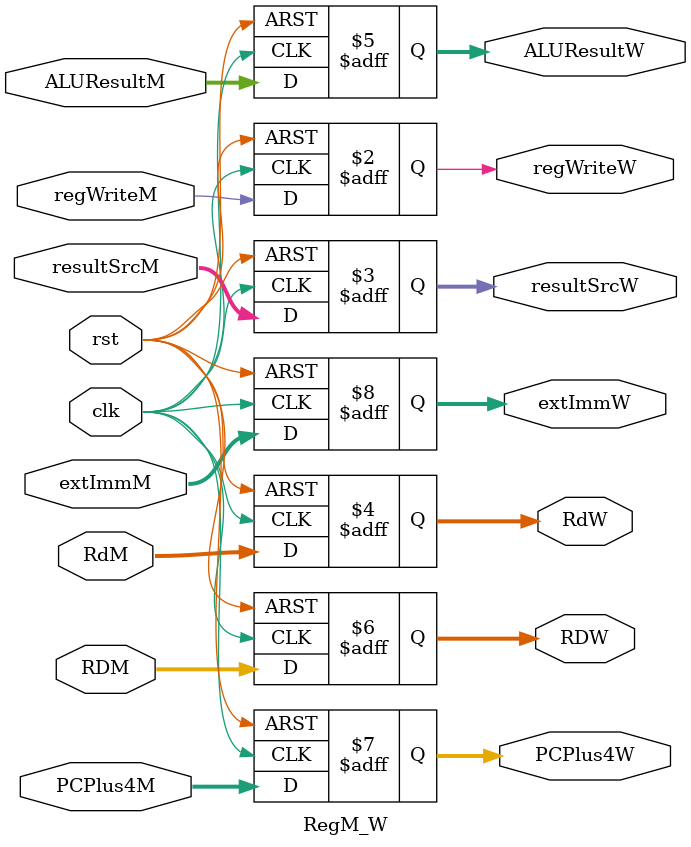
<source format=v>
module RegM_W( input clk, rst, regWriteM, input [1:0] resultSrcM,
               input [31:0] ALUResultM, RDM, PCPlus4M, extImmM,
               input [4:0] RdM, output reg regWriteW,
               output reg [1:0] resultSrcW, output reg [4:0] RdW,
               output reg [31:0] ALUResultW, RDW, PCPlus4W, extImmW);

    always @(posedge clk or posedge rst) begin
        
        if (rst) begin
            regWriteW  <= 32'b0;
            ALUResultW <= 32'b0;
            PCPlus4W   <= 32'b0;
            RDW        <= 32'b0;
            RdW        <= 5'b0;
            resultSrcW <= 2'b0;
            extImmW    <= 32'b0;
        end 
        
        else begin
            regWriteW  <= regWriteM; 
            ALUResultW <= ALUResultM;
            PCPlus4W   <= PCPlus4M;
            RDW        <= RDM;
            RdW        <= RdM;
            resultSrcW <= resultSrcM;
            extImmW    <= extImmM;
        end
        
    end

endmodule


</source>
